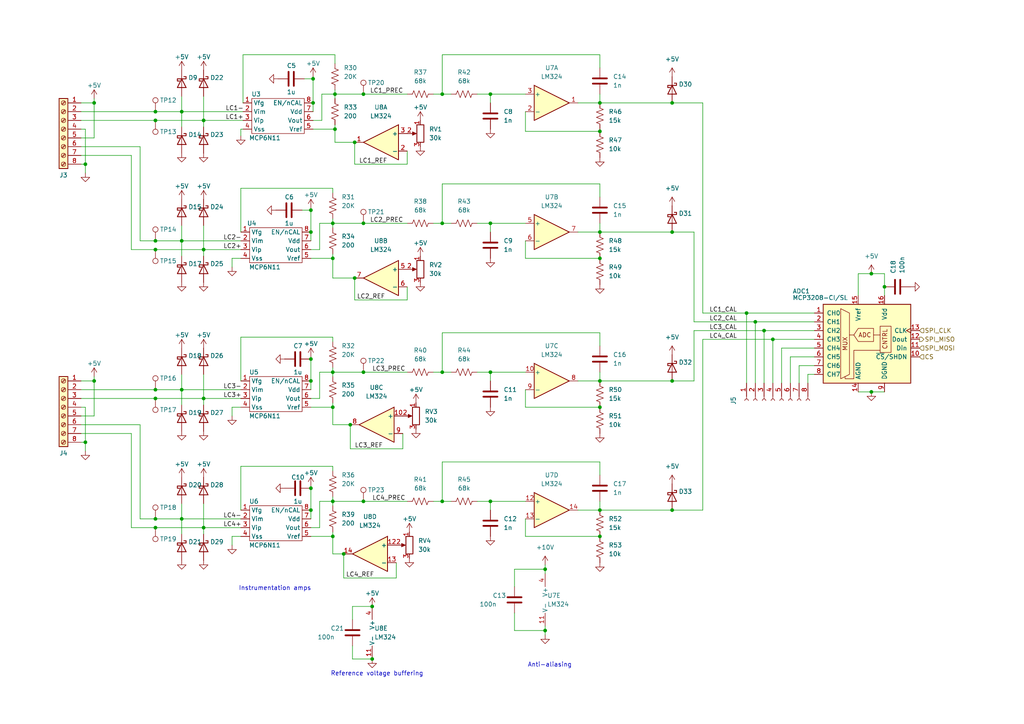
<source format=kicad_sch>
(kicad_sch (version 20211123) (generator eeschema)
  (paper "A4")
  (title_block (title "Load Cells") (rev "1") (company "Rice Eclipse"))
  (junction (at 96.52 145.415))
  (junction (at 45.085 113.03))
  (junction (at 59.055 153.035))
  (junction (at 59.055 34.925))
  (junction (at 45.085 150.495))
  (junction (at 45.085 32.385))
  (junction (at 173.99 29.845))
  (junction (at 52.705 113.03))
  (junction (at 105.41 27.305))
  (junction (at 90.805 29.845))
  (junction (at 142.24 27.305))
  (junction (at 173.99 67.31))
  (junction (at 45.085 69.85))
  (junction (at 90.17 60.96))
  (junction (at 128.27 27.305))
  (junction (at 96.52 118.11))
  (junction (at 59.055 72.39))
  (junction (at 24.765 47.625))
  (junction (at 105.41 64.77))
  (junction (at 173.99 110.49))
  (junction (at 216.535 90.805))
  (junction (at 173.99 38.1))
  (junction (at 96.52 64.77))
  (junction (at 90.805 22.86))
  (junction (at 107.95 191.135))
  (junction (at 45.085 153.035))
  (junction (at 194.945 147.955))
  (junction (at 45.085 72.39))
  (junction (at 102.87 41.275))
  (junction (at 102.87 80.645))
  (junction (at 158.115 182.88))
  (junction (at 107.95 175.895))
  (junction (at 96.52 107.95))
  (junction (at 27.305 110.49))
  (junction (at 142.24 145.415))
  (junction (at 173.99 155.575))
  (junction (at 45.085 34.925))
  (junction (at 173.99 147.955))
  (junction (at 128.27 64.77))
  (junction (at 90.17 110.49))
  (junction (at 221.615 95.885))
  (junction (at 252.73 79.375))
  (junction (at 105.41 107.95))
  (junction (at 173.99 74.93))
  (junction (at 90.17 104.14))
  (junction (at 27.305 29.845))
  (junction (at 158.115 165.1))
  (junction (at 105.41 145.415))
  (junction (at 224.155 98.425))
  (junction (at 142.24 64.77))
  (junction (at 101.6 123.19))
  (junction (at 90.17 147.955))
  (junction (at 142.24 107.95))
  (junction (at 90.17 141.605))
  (junction (at 194.945 67.31))
  (junction (at 52.705 32.385))
  (junction (at 128.27 107.95))
  (junction (at 52.705 69.85))
  (junction (at 24.765 128.27))
  (junction (at 97.155 37.465))
  (junction (at 194.945 29.845))
  (junction (at 90.17 67.31))
  (junction (at 99.695 160.655))
  (junction (at 252.73 113.665))
  (junction (at 173.99 118.11))
  (junction (at 97.155 27.305))
  (junction (at 96.52 155.575))
  (junction (at 219.075 93.345))
  (junction (at 52.705 150.495))
  (junction (at 256.54 83.185))
  (junction (at 96.52 74.93))
  (junction (at 59.055 115.57))
  (junction (at 194.945 110.49))
  (junction (at 45.085 115.57))
  (junction (at 128.27 145.415))
  (wire (pts (xy 152.4 113.03) (xy 152.4 118.11)))
  (wire (pts (xy 256.54 83.185) (xy 256.54 85.725)))
  (wire (pts (xy 167.64 67.31) (xy 173.99 67.31)))
  (wire (pts (xy 128.27 64.77) (xy 130.81 64.77)))
  (wire (pts (xy 90.17 147.955) (xy 90.17 150.495)))
  (wire (pts (xy 194.945 147.955) (xy 203.835 147.955)))
  (wire (pts (xy 194.945 67.31) (xy 201.295 67.31)))
  (wire (pts (xy 93.345 34.925) (xy 93.345 27.305)))
  (wire (pts (xy 229.235 103.505) (xy 229.235 111.125)))
  (wire (pts (xy 69.85 37.465) (xy 70.485 37.465)))
  (wire (pts (xy 97.155 41.275) (xy 102.87 41.275)))
  (wire (pts (xy 40.64 123.19) (xy 23.495 123.19)))
  (wire (pts (xy 107.95 191.135) (xy 102.235 191.135)))
  (wire (pts (xy 40.64 42.545) (xy 23.495 42.545)))
  (wire (pts (xy 236.22 98.425) (xy 224.155 98.425)))
  (wire (pts (xy 252.73 79.375) (xy 256.54 79.375)))
  (wire (pts (xy 201.295 93.345) (xy 201.295 67.31)))
  (wire (pts (xy 96.52 155.575) (xy 96.52 160.655)))
  (wire (pts (xy 52.705 69.85) (xy 52.705 74.295)))
  (wire (pts (xy 234.315 111.125) (xy 234.315 108.585)))
  (wire (pts (xy 27.305 28.575) (xy 27.305 29.845)))
  (wire (pts (xy 45.085 34.925) (xy 59.055 34.925)))
  (wire (pts (xy 125.73 107.95) (xy 128.27 107.95)))
  (wire (pts (xy 236.22 95.885) (xy 221.615 95.885)))
  (wire (pts (xy 96.52 107.95) (xy 96.52 109.22)))
  (wire (pts (xy 96.52 64.77) (xy 96.52 66.04)))
  (wire (pts (xy 45.085 72.39) (xy 59.055 72.39)))
  (wire (pts (xy 128.27 53.34) (xy 173.99 53.34)))
  (wire (pts (xy 173.99 67.31) (xy 173.99 64.77)))
  (wire (pts (xy 59.055 72.39) (xy 69.85 72.39)))
  (wire (pts (xy 90.805 29.845) (xy 90.805 32.385)))
  (wire (pts (xy 38.1 153.035) (xy 45.085 153.035)))
  (wire (pts (xy 24.765 37.465) (xy 24.765 47.625)))
  (wire (pts (xy 158.115 184.15) (xy 158.115 182.88)))
  (wire (pts (xy 90.17 155.575) (xy 96.52 155.575)))
  (wire (pts (xy 105.41 64.77) (xy 118.11 64.77)))
  (wire (pts (xy 96.52 145.415) (xy 96.52 146.685)))
  (wire (pts (xy 142.24 107.95) (xy 142.24 110.49)))
  (wire (pts (xy 142.24 27.305) (xy 152.4 27.305)))
  (wire (pts (xy 90.805 37.465) (xy 97.155 37.465)))
  (wire (pts (xy 142.24 107.95) (xy 152.4 107.95)))
  (wire (pts (xy 38.1 72.39) (xy 45.085 72.39)))
  (wire (pts (xy 40.64 150.495) (xy 40.64 123.19)))
  (wire (pts (xy 167.64 147.955) (xy 173.99 147.955)))
  (wire (pts (xy 216.535 90.805) (xy 216.535 111.125)))
  (wire (pts (xy 59.055 115.57) (xy 69.85 115.57)))
  (wire (pts (xy 105.41 145.415) (xy 118.11 145.415)))
  (wire (pts (xy 224.155 98.425) (xy 203.835 98.425)))
  (wire (pts (xy 59.055 153.035) (xy 69.85 153.035)))
  (wire (pts (xy 90.17 115.57) (xy 92.71 115.57)))
  (wire (pts (xy 90.17 141.605) (xy 90.17 147.955)))
  (wire (pts (xy 248.92 79.375) (xy 252.73 79.375)))
  (wire (pts (xy 128.27 145.415) (xy 128.27 133.985)))
  (wire (pts (xy 173.99 147.955) (xy 173.99 145.415)))
  (wire (pts (xy 173.99 133.985) (xy 173.99 137.795)))
  (wire (pts (xy 152.4 155.575) (xy 173.99 155.575)))
  (wire (pts (xy 23.495 110.49) (xy 27.305 110.49)))
  (wire (pts (xy 67.31 155.575) (xy 67.31 158.115)))
  (wire (pts (xy 90.17 140.97) (xy 90.17 141.605)))
  (wire (pts (xy 96.52 63.5) (xy 96.52 64.77)))
  (wire (pts (xy 128.27 27.305) (xy 130.81 27.305)))
  (wire (pts (xy 96.52 64.77) (xy 105.41 64.77)))
  (wire (pts (xy 52.705 150.495) (xy 45.085 150.495)))
  (wire (pts (xy 23.495 113.03) (xy 45.085 113.03)))
  (wire (pts (xy 236.22 90.805) (xy 216.535 90.805)))
  (wire (pts (xy 97.155 27.305) (xy 97.155 28.575)))
  (wire (pts (xy 102.87 80.645) (xy 96.52 80.645)))
  (wire (pts (xy 52.705 32.385) (xy 70.485 32.385)))
  (wire (pts (xy 149.225 165.1) (xy 158.115 165.1)))
  (wire (pts (xy 52.705 69.85) (xy 69.85 69.85)))
  (wire (pts (xy 128.27 107.95) (xy 130.81 107.95)))
  (wire (pts (xy 96.52 107.95) (xy 105.41 107.95)))
  (wire (pts (xy 167.64 29.845) (xy 173.99 29.845)))
  (wire (pts (xy 101.6 130.175) (xy 116.84 130.175)))
  (wire (pts (xy 149.225 182.88) (xy 149.225 177.8)))
  (wire (pts (xy 125.73 64.77) (xy 128.27 64.77)))
  (wire (pts (xy 59.055 146.05) (xy 59.055 153.035)))
  (wire (pts (xy 69.85 110.49) (xy 69.85 97.79)))
  (wire (pts (xy 92.71 115.57) (xy 92.71 107.95)))
  (wire (pts (xy 23.495 37.465) (xy 24.765 37.465)))
  (wire (pts (xy 88.265 22.86) (xy 90.805 22.86)))
  (wire (pts (xy 38.1 45.085) (xy 38.1 72.39)))
  (wire (pts (xy 102.87 41.275) (xy 102.87 47.625)))
  (wire (pts (xy 23.495 128.27) (xy 24.765 128.27)))
  (wire (pts (xy 27.305 110.49) (xy 27.305 120.65)))
  (wire (pts (xy 69.85 54.61) (xy 96.52 54.61)))
  (wire (pts (xy 138.43 27.305) (xy 142.24 27.305)))
  (wire (pts (xy 142.24 145.415) (xy 152.4 145.415)))
  (wire (pts (xy 105.41 27.305) (xy 118.11 27.305)))
  (wire (pts (xy 52.705 32.385) (xy 52.705 27.94)))
  (wire (pts (xy 102.87 47.625) (xy 118.11 47.625)))
  (wire (pts (xy 96.52 74.93) (xy 96.52 80.645)))
  (wire (pts (xy 69.85 39.37) (xy 69.85 37.465)))
  (wire (pts (xy 128.27 64.77) (xy 128.27 53.34)))
  (wire (pts (xy 173.99 96.52) (xy 173.99 100.33)))
  (wire (pts (xy 173.99 15.875) (xy 173.99 19.685)))
  (wire (pts (xy 167.64 110.49) (xy 173.99 110.49)))
  (wire (pts (xy 96.52 144.145) (xy 96.52 145.415)))
  (wire (pts (xy 97.155 15.875) (xy 97.155 18.415)))
  (wire (pts (xy 234.315 108.585) (xy 236.22 108.585)))
  (wire (pts (xy 142.24 64.77) (xy 152.4 64.77)))
  (wire (pts (xy 173.99 110.49) (xy 173.99 107.95)))
  (wire (pts (xy 138.43 145.415) (xy 142.24 145.415)))
  (wire (pts (xy 248.92 79.375) (xy 248.92 85.725)))
  (wire (pts (xy 236.22 93.345) (xy 219.075 93.345)))
  (wire (pts (xy 96.52 135.255) (xy 96.52 136.525)))
  (wire (pts (xy 23.495 125.73) (xy 38.1 125.73)))
  (wire (pts (xy 118.11 47.625) (xy 118.11 43.815)))
  (wire (pts (xy 224.155 98.425) (xy 224.155 111.125)))
  (wire (pts (xy 67.31 118.11) (xy 67.31 120.65)))
  (wire (pts (xy 173.99 110.49) (xy 194.945 110.49)))
  (wire (pts (xy 152.4 150.495) (xy 152.4 155.575)))
  (wire (pts (xy 96.52 97.79) (xy 96.52 99.06)))
  (wire (pts (xy 90.17 104.14) (xy 90.17 110.49)))
  (wire (pts (xy 23.495 118.11) (xy 24.765 118.11)))
  (wire (pts (xy 92.71 145.415) (xy 96.52 145.415)))
  (wire (pts (xy 45.085 69.85) (xy 40.64 69.85)))
  (wire (pts (xy 236.22 103.505) (xy 229.235 103.505)))
  (wire (pts (xy 152.4 38.1) (xy 173.99 38.1)))
  (wire (pts (xy 96.52 116.84) (xy 96.52 118.11)))
  (wire (pts (xy 96.52 154.305) (xy 96.52 155.575)))
  (wire (pts (xy 118.11 83.185) (xy 118.11 86.995)))
  (wire (pts (xy 203.835 90.805) (xy 203.835 29.845)))
  (wire (pts (xy 52.705 150.495) (xy 52.705 154.94)))
  (wire (pts (xy 128.27 107.95) (xy 128.27 96.52)))
  (wire (pts (xy 27.305 29.845) (xy 27.305 40.005)))
  (wire (pts (xy 152.4 118.11) (xy 173.99 118.11)))
  (wire (pts (xy 138.43 64.77) (xy 142.24 64.77)))
  (wire (pts (xy 114.935 163.195) (xy 114.935 167.64)))
  (wire (pts (xy 142.24 145.415) (xy 142.24 147.955)))
  (wire (pts (xy 256.54 79.375) (xy 256.54 83.185)))
  (wire (pts (xy 158.115 182.88) (xy 158.115 181.61)))
  (wire (pts (xy 96.52 106.68) (xy 96.52 107.95)))
  (wire (pts (xy 92.71 153.035) (xy 92.71 145.415)))
  (wire (pts (xy 59.055 34.925) (xy 59.055 27.94)))
  (wire (pts (xy 23.495 115.57) (xy 45.085 115.57)))
  (wire (pts (xy 90.805 22.225) (xy 90.805 22.86)))
  (wire (pts (xy 90.17 67.31) (xy 90.17 69.85)))
  (wire (pts (xy 221.615 95.885) (xy 201.295 95.885)))
  (wire (pts (xy 252.73 113.665) (xy 256.54 113.665)))
  (wire (pts (xy 52.705 113.03) (xy 69.85 113.03)))
  (wire (pts (xy 90.17 60.96) (xy 90.17 67.31)))
  (wire (pts (xy 90.17 72.39) (xy 92.71 72.39)))
  (wire (pts (xy 92.71 64.77) (xy 96.52 64.77)))
  (wire (pts (xy 173.99 147.955) (xy 194.945 147.955)))
  (wire (pts (xy 173.99 67.31) (xy 194.945 67.31)))
  (wire (pts (xy 45.085 153.035) (xy 59.055 153.035)))
  (wire (pts (xy 128.27 15.875) (xy 173.99 15.875)))
  (wire (pts (xy 138.43 107.95) (xy 142.24 107.95)))
  (wire (pts (xy 173.99 37.465) (xy 173.99 38.1)))
  (wire (pts (xy 203.835 98.425) (xy 203.835 147.955)))
  (wire (pts (xy 67.31 155.575) (xy 69.85 155.575)))
  (wire (pts (xy 90.17 110.49) (xy 90.17 113.03)))
  (wire (pts (xy 128.27 133.985) (xy 173.99 133.985)))
  (wire (pts (xy 96.52 160.655) (xy 99.695 160.655)))
  (wire (pts (xy 52.705 113.03) (xy 52.705 117.475)))
  (wire (pts (xy 52.705 65.405) (xy 52.705 69.85)))
  (wire (pts (xy 24.765 47.625) (xy 24.765 50.165)))
  (wire (pts (xy 221.615 95.885) (xy 221.615 111.125)))
  (wire (pts (xy 23.495 120.65) (xy 27.305 120.65)))
  (wire (pts (xy 152.4 32.385) (xy 152.4 38.1)))
  (wire (pts (xy 194.945 110.49) (xy 201.295 110.49)))
  (wire (pts (xy 116.84 130.175) (xy 116.84 125.73)))
  (wire (pts (xy 67.31 74.93) (xy 69.85 74.93)))
  (wire (pts (xy 101.6 123.19) (xy 101.6 130.175)))
  (wire (pts (xy 97.155 27.305) (xy 105.41 27.305)))
  (wire (pts (xy 90.17 118.11) (xy 96.52 118.11)))
  (wire (pts (xy 23.495 47.625) (xy 24.765 47.625)))
  (wire (pts (xy 23.495 32.385) (xy 45.085 32.385)))
  (wire (pts (xy 102.87 86.995) (xy 102.87 80.645)))
  (wire (pts (xy 90.805 22.86) (xy 90.805 29.845)))
  (wire (pts (xy 52.705 32.385) (xy 52.705 36.83)))
  (wire (pts (xy 45.085 113.03) (xy 52.705 113.03)))
  (wire (pts (xy 118.11 86.995) (xy 102.87 86.995)))
  (wire (pts (xy 96.52 73.66) (xy 96.52 74.93)))
  (wire (pts (xy 201.295 95.885) (xy 201.295 110.49)))
  (wire (pts (xy 158.115 163.83) (xy 158.115 165.1)))
  (wire (pts (xy 226.695 100.965) (xy 226.695 111.125)))
  (wire (pts (xy 59.055 153.035) (xy 59.055 154.94)))
  (wire (pts (xy 142.24 27.305) (xy 142.24 29.845)))
  (wire (pts (xy 70.485 29.845) (xy 70.485 15.875)))
  (wire (pts (xy 69.85 147.955) (xy 69.85 135.255)))
  (wire (pts (xy 52.705 113.03) (xy 52.705 108.585)))
  (wire (pts (xy 90.805 34.925) (xy 93.345 34.925)))
  (wire (pts (xy 52.705 69.85) (xy 45.085 69.85)))
  (wire (pts (xy 142.24 64.77) (xy 142.24 67.31)))
  (wire (pts (xy 52.705 146.05) (xy 52.705 150.495)))
  (wire (pts (xy 93.345 27.305) (xy 97.155 27.305)))
  (wire (pts (xy 67.31 118.11) (xy 69.85 118.11)))
  (wire (pts (xy 23.495 40.005) (xy 27.305 40.005)))
  (wire (pts (xy 38.1 125.73) (xy 38.1 153.035)))
  (wire (pts (xy 70.485 15.875) (xy 97.155 15.875)))
  (wire (pts (xy 149.225 170.18) (xy 149.225 165.1)))
  (wire (pts (xy 152.4 69.85) (xy 152.4 74.93)))
  (wire (pts (xy 24.765 128.27) (xy 24.765 130.81)))
  (wire (pts (xy 90.17 103.505) (xy 90.17 104.14)))
  (wire (pts (xy 90.17 74.93) (xy 96.52 74.93)))
  (wire (pts (xy 219.075 93.345) (xy 219.075 111.125)))
  (wire (pts (xy 158.115 182.88) (xy 149.225 182.88)))
  (wire (pts (xy 69.85 67.31) (xy 69.85 54.61)))
  (wire (pts (xy 96.52 145.415) (xy 105.41 145.415)))
  (wire (pts (xy 90.17 153.035) (xy 92.71 153.035)))
  (wire (pts (xy 40.64 69.85) (xy 40.64 42.545)))
  (wire (pts (xy 45.085 32.385) (xy 52.705 32.385)))
  (wire (pts (xy 99.695 167.64) (xy 99.695 160.655)))
  (wire (pts (xy 97.155 26.035) (xy 97.155 27.305)))
  (wire (pts (xy 125.73 27.305) (xy 128.27 27.305)))
  (wire (pts (xy 23.495 34.925) (xy 45.085 34.925)))
  (wire (pts (xy 87.63 60.96) (xy 90.17 60.96)))
  (wire (pts (xy 128.27 145.415) (xy 130.81 145.415)))
  (wire (pts (xy 125.73 145.415) (xy 128.27 145.415)))
  (wire (pts (xy 45.085 115.57) (xy 59.055 115.57)))
  (wire (pts (xy 69.85 97.79) (xy 96.52 97.79)))
  (wire (pts (xy 97.155 37.465) (xy 97.155 41.275)))
  (wire (pts (xy 59.055 34.925) (xy 70.485 34.925)))
  (wire (pts (xy 216.535 90.805) (xy 203.835 90.805)))
  (wire (pts (xy 173.99 53.34) (xy 173.99 57.15)))
  (wire (pts (xy 173.99 29.845) (xy 173.99 27.305)))
  (wire (pts (xy 23.495 29.845) (xy 27.305 29.845)))
  (wire (pts (xy 114.935 167.64) (xy 99.695 167.64)))
  (wire (pts (xy 23.495 45.085) (xy 38.1 45.085)))
  (wire (pts (xy 105.41 107.95) (xy 118.11 107.95)))
  (wire (pts (xy 231.775 111.125) (xy 231.775 106.045)))
  (wire (pts (xy 231.775 106.045) (xy 236.22 106.045)))
  (wire (pts (xy 158.115 165.1) (xy 158.115 166.37)))
  (wire (pts (xy 45.085 150.495) (xy 40.64 150.495)))
  (wire (pts (xy 27.305 109.22) (xy 27.305 110.49)))
  (wire (pts (xy 92.71 72.39) (xy 92.71 64.77)))
  (wire (pts (xy 96.52 123.19) (xy 101.6 123.19)))
  (wire (pts (xy 128.27 27.305) (xy 128.27 15.875)))
  (wire (pts (xy 128.27 96.52) (xy 173.99 96.52)))
  (wire (pts (xy 59.055 34.925) (xy 59.055 36.83)))
  (wire (pts (xy 69.85 135.255) (xy 96.52 135.255)))
  (wire (pts (xy 90.17 60.96) (xy 90.17 60.325)))
  (wire (pts (xy 248.92 113.665) (xy 252.73 113.665)))
  (wire (pts (xy 59.055 115.57) (xy 59.055 117.475)))
  (wire (pts (xy 102.235 191.135) (xy 102.235 187.325)))
  (wire (pts (xy 96.52 54.61) (xy 96.52 55.88)))
  (wire (pts (xy 102.235 175.895) (xy 102.235 179.705)))
  (wire (pts (xy 59.055 65.405) (xy 59.055 72.39)))
  (wire (pts (xy 59.055 115.57) (xy 59.055 108.585)))
  (wire (pts (xy 236.22 100.965) (xy 226.695 100.965)))
  (wire (pts (xy 219.075 93.345) (xy 201.295 93.345)))
  (wire (pts (xy 59.055 72.39) (xy 59.055 74.295)))
  (wire (pts (xy 194.945 29.845) (xy 203.835 29.845)))
  (wire (pts (xy 97.155 36.195) (xy 97.155 37.465)))
  (wire (pts (xy 152.4 74.93) (xy 173.99 74.93)))
  (wire (pts (xy 67.31 74.93) (xy 67.31 77.47)))
  (wire (pts (xy 92.71 107.95) (xy 96.52 107.95)))
  (wire (pts (xy 24.765 118.11) (xy 24.765 128.27)))
  (wire (pts (xy 96.52 118.11) (xy 96.52 123.19)))
  (wire (pts (xy 173.99 29.845) (xy 194.945 29.845)))
  (wire (pts (xy 107.95 175.895) (xy 102.235 175.895)))
  (wire (pts (xy 52.705 150.495) (xy 69.85 150.495)))
  (text "Instrumentation amps" (at 69.215 171.45 0) (effects (font (size 1.27 1.27)) (justify left bottom)))
  (text "Reference voltage buffering" (at 95.885 196.215 0) (effects (font (size 1.27 1.27)) (justify left bottom)))
  (text "Anti-aliasing" (at 153.035 193.675 0) (effects (font (size 1.27 1.27)) (justify left bottom)))
  (label "LC2_PREC" (at 107.315 64.77 0))
  (label "LC4_REF" (at 100.33 167.64 0))
  (label "LC2_REF" (at 103.505 86.995 0))
  (label "LC3_REF" (at 102.87 130.175 0))
  (label "LC3_CAL" (at 205.74 95.885 0))
  (label "LC4-" (at 64.77 150.495 0))
  (label "LC3_PREC" (at 107.95 107.95 0))
  (label "LC2+" (at 64.77 72.39 0))
  (label "LC4_CAL" (at 205.74 98.425 0))
  (label "LC3-" (at 64.77 113.03 0))
  (label "LC2_CAL" (at 205.74 93.345 0))
  (label "LC1_PREC" (at 107.315 27.305 0))
  (label "LC2-" (at 64.77 69.85 0))
  (label "LC1-" (at 65.405 32.385 0))
  (label "LC1_REF" (at 104.14 47.625 0))
  (label "LC4_PREC" (at 107.95 145.415 0))
  (label "LC1_CAL" (at 205.74 90.805 0))
  (label "LC1+" (at 65.405 34.925 0))
  (label "LC3+" (at 64.77 115.57 0))
  (label "LC4+" (at 64.77 153.035 0))
  (hierarchical_label "SPI_MOSI" (shape input) (at 266.7 100.965 0))
  (hierarchical_label "CS" (shape input) (at 266.7 103.505 0))
  (hierarchical_label "SPI_CLK" (shape input) (at 266.7 95.885 0))
  (hierarchical_label "SPI_MISO" (shape output) (at 266.7 98.425 0))
  (symbol (lib_id "power:+5V") (at 194.945 102.87 0) (unit 1)
    (property "Reference" "#PWR090" (effects hide))
    (property "Value" "+5V" (at 194.945 97.79 0))
  )
  (symbol (lib_id "Device:C") (at 86.36 104.14 270) (unit 1)
    (property "Reference" "C7" (at 85.0901 100.33 90) (effects (justify left)))
    (property "Value" "1u" (at 85.0901 107.95 90) (effects (justify left)))
    (property "Footprint" "Capacitor_SMD:C_1206_3216Metric" (effects hide))
    (property "LCSC" "C85867" (effects hide))
  )
  (symbol (lib_id "karca_custom_components:MCP6N11R") (at 80.01 114.3 0) (unit 1)
    (property "Reference" "U5" (at 73.66 107.95 0))
    (property "Value" "MCP6N11" (at 76.835 120.65 0))
    (property "Footprint" "Package_SO:SOIC-8_3.9x4.9mm_P1.27mm" (effects hide))
    (property "Datasheet" "https://ww1.microchip.com/downloads/en/DeviceDoc/25073A.pdf" (effects hide))
  )
  (symbol (lib_id "Analog_ADC:MCP3208") (at 251.46 98.425 0) (unit 1)
    (property "Reference" "ADC1" (at 229.87 84.455 0) (effects (justify left)))
    (property "Value" "MCP3208-CI/SL" (at 229.87 86.36 0) (effects (justify left)))
    (property "Footprint" "Package_SO:SOIC-16_3.9x9.9mm_P1.27mm" (effects hide))
    (property "Datasheet" "http://ww1.microchip.com/downloads/en/DeviceDoc/21298c.pdf" (effects hide))
    (property "LCSC" "C16939" (effects hide))
  )
  (symbol (lib_id "power:GND") (at 82.55 104.14 270) (unit 1)
    (property "Reference" "#PWR052" (effects hide))
    (property "Value" "GND" (effects hide))
  )
  (symbol (lib_id "Amplifier_Operational:LM324") (at 160.02 67.31 0) (unit 2)
    (property "Reference" "U7" (at 160.02 57.15 0))
    (property "Value" "LM324" (at 160.02 59.69 0))
    (property "Footprint" "Package_SO:SOIC-14_3.9x8.7mm_P1.27mm" (effects hide))
    (property "Datasheet" "http://www.ti.com/lit/ds/symlink/lm2902-n.pdf" (effects hide))
    (property "LCSC" "C71035" (effects hide))
  )
  (symbol (lib_id "Device:R_Potentiometer") (at 118.745 158.115 0) (mirror y) (unit 1)
    (property "Reference" "RV4" (at 121.285 156.8449 0) (effects (justify right)))
    (property "Value" "30k" (at 121.285 159.3849 0) (effects (justify right)))
    (property "Footprint" "Potentiometer_THT:Potentiometer_Bourns_3296W_Vertical" (effects hide))
  )
  (symbol (lib_id "Device:R_US") (at 96.52 140.335 180) (unit 1)
    (property "Reference" "R36" (at 99.06 137.795 0) (effects (justify right)))
    (property "Value" "20K" (at 99.06 140.335 0) (effects (justify right)))
    (property "Footprint" "Resistor_SMD:R_1206_3216Metric" (effects hide))
    (property "LCSC" "C114940" (effects hide))
  )
  (symbol (lib_id "power:GND") (at 59.055 162.56 0) (mirror y) (unit 1)
    (property "Reference" "#PWR067" (effects hide))
    (property "Value" "GND" (effects hide))
  )
  (symbol (lib_id "Device:R_Potentiometer") (at 121.92 78.105 0) (mirror y) (unit 1)
    (property "Reference" "RV2" (at 124.46 76.8349 0) (effects (justify right)))
    (property "Value" "30k" (at 124.46 79.3749 0) (effects (justify right)))
    (property "Footprint" "Potentiometer_THT:Potentiometer_Bourns_3296W_Vertical" (effects hide))
  )
  (symbol (lib_id "Device:R_US") (at 173.99 159.385 0) (unit 1)
    (property "Reference" "R53" (at 176.53 158.1149 0) (effects (justify left)))
    (property "Value" "10k" (at 176.53 160.6549 0) (effects (justify left)))
    (property "Footprint" "Resistor_SMD:R_1206_3216Metric" (effects hide))
    (property "LCSC" "C132649" (effects hide))
  )
  (symbol (lib_id "Device:R_US") (at 121.92 64.77 90) (unit 1)
    (property "Reference" "R38" (at 121.92 58.42 90))
    (property "Value" "68k" (at 121.92 60.96 90))
    (property "Footprint" "Resistor_SMD:R_1206_3216Metric" (effects hide))
    (property "LCSC" "C102381" (effects hide))
  )
  (symbol (lib_id "power:GND") (at 80.645 22.86 270) (mirror x) (unit 1)
    (property "Reference" "#PWR072" (effects hide))
    (property "Value" "GND" (effects hide))
  )
  (symbol (lib_id "power:GND") (at 59.055 44.45 0) (mirror y) (unit 1)
    (property "Reference" "#PWR059" (effects hide))
    (property "Value" "GND" (effects hide))
  )
  (symbol (lib_id "karca_custom_components:MCP6N11R") (at 80.01 151.765 0) (unit 1)
    (property "Reference" "U6" (at 73.66 145.415 0))
    (property "Value" "MCP6N11" (at 76.835 158.115 0))
    (property "Footprint" "Package_SO:SOIC-8_3.9x4.9mm_P1.27mm" (effects hide))
    (property "Datasheet" "https://ww1.microchip.com/downloads/en/DeviceDoc/25073A.pdf" (effects hide))
  )
  (symbol (lib_id "power:+5V") (at 52.705 57.785 0) (unit 1)
    (property "Reference" "#PWR048" (effects hide))
    (property "Value" "+5V" (at 52.705 53.975 0))
  )
  (symbol (lib_id "Device:R_US") (at 96.52 113.03 180) (unit 1)
    (property "Reference" "R35" (at 99.06 111.7599 0) (effects (justify right)))
    (property "Value" "200" (at 99.06 114.2999 0) (effects (justify right)))
    (property "Footprint" "Resistor_SMD:R_1206_3216Metric" (effects hide))
    (property "LCSC" "C114939" (effects hide))
  )
  (symbol (lib_id "power:GND") (at 173.99 125.73 0) (unit 1)
    (property "Reference" "#PWR085" (effects hide))
    (property "Value" "GND" (effects hide))
  )
  (symbol (lib_id "Connector:TestPoint") (at 45.085 153.035 0) (mirror x) (unit 1)
    (property "Reference" "TP19" (at 46.355 156.3371 0) (effects (justify left)))
    (property "Value" "TestPoint" (effects hide))
    (property "Footprint" "TestPoint:TestPoint_Pad_D2.0mm" (effects hide))
  )
  (symbol (lib_id "power:+5V") (at 194.945 22.225 0) (unit 1)
    (property "Reference" "#PWR088" (effects hide))
    (property "Value" "+5V" (at 194.945 17.145 0))
  )
  (symbol (lib_id "Device:R_US") (at 173.99 33.655 0) (unit 1)
    (property "Reference" "R46" (at 176.53 32.3849 0) (effects (justify left)))
    (property "Value" "15k" (at 176.53 34.9249 0) (effects (justify left)))
    (property "Footprint" "Resistor_SMD:R_1206_3216Metric" (effects hide))
    (property "LCSC" "C1493" (effects hide))
  )
  (symbol (lib_id "Device:D_Schottky") (at 52.705 78.105 270) (unit 1)
    (property "Reference" "D17" (at 54.61 76.5174 90) (effects (justify left)))
    (property "Value" "CDBA340-HF" (effects hide))
    (property "Footprint" "Diode_SMD:D_SMA" (effects hide))
    (property "LCSC" "C14996" (effects hide))
  )
  (symbol (lib_id "Device:C") (at 142.24 33.655 0) (unit 1)
    (property "Reference" "C8" (at 146.05 32.3849 0) (effects (justify left)))
    (property "Value" "1n" (at 146.05 34.9249 0) (effects (justify left)))
    (property "Footprint" "Capacitor_SMD:C_1206_3216Metric" (effects hide))
    (property "LCSC" "C1845" (effects hide))
  )
  (symbol (lib_id "Device:D_Schottky") (at 194.945 144.145 270) (unit 1)
    (property "Reference" "D33" (at 196.85 142.5574 90) (effects (justify left)))
    (property "Value" "CDBA340-HF" (effects hide))
    (property "Footprint" "Diode_SMD:D_SMA" (effects hide))
    (property "LCSC" "C14996" (effects hide))
  )
  (symbol (lib_id "power:+5V") (at 59.055 20.32 0) (unit 1)
    (property "Reference" "#PWR055" (effects hide))
    (property "Value" "+5V" (at 59.055 16.51 0))
  )
  (symbol (lib_id "Device:C") (at 173.99 23.495 0) (unit 1)
    (property "Reference" "C14" (at 177.8 22.2249 0) (effects (justify left)))
    (property "Value" "1n" (at 177.8 24.7649 0) (effects (justify left)))
    (property "Footprint" "Capacitor_SMD:C_1206_3216Metric" (effects hide))
    (property "LCSC" "C1845" (effects hide))
  )
  (symbol (lib_id "power:+5V") (at 121.92 74.295 0) (unit 1)
    (property "Reference" "#PWR0163" (effects hide))
    (property "Value" "+5V" (at 121.92 70.485 0))
  )
  (symbol (lib_id "power:GND") (at 52.705 125.095 0) (mirror y) (unit 1)
    (property "Reference" "#PWR051" (effects hide))
    (property "Value" "GND" (effects hide))
  )
  (symbol (lib_id "power:GND") (at 142.24 37.465 0) (unit 1)
    (property "Reference" "#PWR075" (effects hide))
    (property "Value" "GND" (effects hide))
  )
  (symbol (lib_id "Device:R_US") (at 173.99 114.3 0) (unit 1)
    (property "Reference" "R50" (at 176.53 113.0299 0) (effects (justify left)))
    (property "Value" "15k" (at 176.53 115.5699 0) (effects (justify left)))
    (property "Footprint" "Resistor_SMD:R_1206_3216Metric" (effects hide))
    (property "LCSC" "C1493" (effects hide))
  )
  (symbol (lib_id "Connector:Screw_Terminal_01x08") (at 18.415 118.11 0) (mirror y) (unit 1)
    (property "Reference" "J4" (at 18.415 131.445 0))
    (property "Value" "Screw_Terminal_01x08" (effects hide))
    (property "Footprint" "1190370:1190370" (effects hide))
  )
  (symbol (lib_id "Device:D_Schottky") (at 52.705 61.595 270) (unit 1)
    (property "Reference" "D15" (at 54.61 60.0074 90) (effects (justify left)))
    (property "Value" "CDBA340-HF" (effects hide))
    (property "Footprint" "Diode_SMD:D_SMA" (effects hide))
    (property "LCSC" "C14996" (effects hide))
  )
  (symbol (lib_id "power:+5V") (at 90.17 60.325 0) (unit 1)
    (property "Reference" "#PWR057" (effects hide))
    (property "Value" "+5V" (at 90.17 56.515 0))
  )
  (symbol (lib_id "Device:R_US") (at 173.99 71.12 0) (unit 1)
    (property "Reference" "R48" (at 176.53 69.8499 0) (effects (justify left)))
    (property "Value" "15k" (at 176.53 72.3899 0) (effects (justify left)))
    (property "Footprint" "Resistor_SMD:R_1206_3216Metric" (effects hide))
    (property "LCSC" "C1493" (effects hide))
  )
  (symbol (lib_id "power:GND") (at 24.765 50.165 0) (mirror y) (unit 1)
    (property "Reference" "#PWR062" (effects hide))
    (property "Value" "GND" (effects hide))
  )
  (symbol (lib_id "Device:R_US") (at 134.62 107.95 90) (unit 1)
    (property "Reference" "R44" (at 134.62 101.6 90))
    (property "Value" "68k" (at 134.62 104.14 90))
    (property "Footprint" "Resistor_SMD:R_1206_3216Metric" (effects hide))
    (property "LCSC" "C102381" (effects hide))
  )
  (symbol (lib_id "power:+5V") (at 90.805 22.225 0) (unit 1)
    (property "Reference" "#PWR056" (effects hide))
    (property "Value" "+5V" (at 90.805 18.415 0))
  )
  (symbol (lib_id "power:+5V") (at 27.305 109.22 0) (unit 1)
    (property "Reference" "#PWR045" (effects hide))
    (property "Value" "+5V" (at 27.305 105.41 0))
  )
  (symbol (lib_id "power:GND") (at 121.92 81.915 0) (mirror y) (unit 1)
    (property "Reference" "#PWR074" (effects hide))
    (property "Value" "GND" (effects hide))
  )
  (symbol (lib_id "Device:D_Schottky") (at 59.055 78.105 270) (unit 1)
    (property "Reference" "D25" (at 60.96 76.5174 90) (effects (justify left)))
    (property "Value" "CDBA340-HF" (effects hide))
    (property "Footprint" "Diode_SMD:D_SMA" (effects hide))
    (property "LCSC" "C14996" (effects hide))
  )
  (symbol (lib_id "Device:C") (at 142.24 71.12 0) (unit 1)
    (property "Reference" "C9" (at 146.05 69.8499 0) (effects (justify left)))
    (property "Value" "1n" (at 146.05 72.3899 0) (effects (justify left)))
    (property "Footprint" "Capacitor_SMD:C_1206_3216Metric" (effects hide))
    (property "LCSC" "C1845" (effects hide))
  )
  (symbol (lib_id "Amplifier_Operational:LM324") (at 107.315 160.655 0) (mirror y) (unit 4)
    (property "Reference" "U8" (at 107.315 149.86 0))
    (property "Value" "LM324" (at 107.315 152.4 0))
    (property "Footprint" "Package_SO:SOIC-14_3.9x8.7mm_P1.27mm" (effects hide))
    (property "Datasheet" "http://www.ti.com/lit/ds/symlink/lm2902-n.pdf" (effects hide))
    (property "LCSC" "C71035" (effects hide))
  )
  (symbol (lib_id "Device:D_Schottky") (at 52.705 142.24 270) (unit 1)
    (property "Reference" "D20" (at 54.61 140.6524 90) (effects (justify left)))
    (property "Value" "CDBA340-HF" (effects hide))
    (property "Footprint" "Diode_SMD:D_SMA" (effects hide))
    (property "LCSC" "C14996" (effects hide))
  )
  (symbol (lib_id "Device:C") (at 173.99 104.14 0) (unit 1)
    (property "Reference" "C16" (at 177.8 102.8699 0) (effects (justify left)))
    (property "Value" "1n" (at 177.8 105.4099 0) (effects (justify left)))
    (property "Footprint" "Capacitor_SMD:C_1206_3216Metric" (effects hide))
    (property "LCSC" "C1845" (effects hide))
  )
  (symbol (lib_id "Device:C") (at 142.24 114.3 0) (unit 1)
    (property "Reference" "C11" (at 146.05 113.0299 0) (effects (justify left)))
    (property "Value" "1n" (at 146.05 115.5699 0) (effects (justify left)))
    (property "Footprint" "Capacitor_SMD:C_1206_3216Metric" (effects hide))
    (property "LCSC" "C1845" (effects hide))
  )
  (symbol (lib_id "Connector:TestPoint") (at 105.41 64.77 0) (unit 1)
    (property "Reference" "TP21" (at 106.68 61.4679 0) (effects (justify left)))
    (property "Value" "TestPoint" (effects hide))
    (property "Footprint" "TestPoint:TestPoint_Pad_D2.0mm" (effects hide))
  )
  (symbol (lib_id "Device:R_US") (at 97.155 32.385 180) (unit 1)
    (property "Reference" "R33" (at 99.695 31.1149 0) (effects (justify right)))
    (property "Value" "200" (at 99.695 33.6549 0) (effects (justify right)))
    (property "Footprint" "Resistor_SMD:R_1206_3216Metric" (effects hide))
    (property "LCSC" "C114939" (effects hide))
  )
  (symbol (lib_id "power:GND") (at 118.745 161.925 0) (unit 1)
    (property "Reference" "#PWR092" (effects hide))
    (property "Value" "GND" (effects hide))
  )
  (symbol (lib_id "power:GND") (at 173.99 163.195 0) (unit 1)
    (property "Reference" "#PWR087" (effects hide))
    (property "Value" "GND" (effects hide))
  )
  (symbol (lib_id "power:+5V") (at 27.305 28.575 0) (unit 1)
    (property "Reference" "#PWR044" (effects hide))
    (property "Value" "+5V" (at 27.305 24.765 0))
  )
  (symbol (lib_id "power:GND") (at 59.055 125.095 0) (mirror y) (unit 1)
    (property "Reference" "#PWR065" (effects hide))
    (property "Value" "GND" (effects hide))
  )
  (symbol (lib_id "Connector:TestPoint") (at 45.085 69.85 0) (unit 1)
    (property "Reference" "TP14" (at 46.355 66.5479 0) (effects (justify left)))
    (property "Value" "TestPoint" (effects hide))
    (property "Footprint" "TestPoint:TestPoint_Pad_D2.0mm" (effects hide))
  )
  (symbol (lib_id "Device:D_Schottky") (at 194.945 106.68 270) (unit 1)
    (property "Reference" "D32" (at 196.85 105.0924 90) (effects (justify left)))
    (property "Value" "CDBA340-HF" (effects hide))
    (property "Footprint" "Diode_SMD:D_SMA" (effects hide))
    (property "LCSC" "C14996" (effects hide))
  )
  (symbol (lib_id "Device:R_Potentiometer") (at 121.92 38.735 0) (mirror y) (unit 1)
    (property "Reference" "RV1" (at 124.46 37.4649 0) (effects (justify right)))
    (property "Value" "30k" (at 124.46 40.0049 0) (effects (justify right)))
    (property "Footprint" "Potentiometer_THT:Potentiometer_Bourns_3296W_Vertical" (effects hide))
  )
  (symbol (lib_id "Connector:TestPoint") (at 105.41 27.305 0) (unit 1)
    (property "Reference" "TP20" (at 106.68 24.0029 0) (effects (justify left)))
    (property "Value" "TestPoint" (effects hide))
    (property "Footprint" "TestPoint:TestPoint_Pad_D2.0mm" (effects hide))
  )
  (symbol (lib_id "power:GND") (at 80.01 60.96 270) (mirror x) (unit 1)
    (property "Reference" "#PWR071" (effects hide))
    (property "Value" "GND" (effects hide))
  )
  (symbol (lib_id "Amplifier_Operational:LM324") (at 110.49 41.275 0) (mirror y) (unit 1)
    (property "Reference" "U8" (at 110.49 31.115 0))
    (property "Value" "LM324" (at 110.49 33.655 0))
    (property "Footprint" "Package_SO:SOIC-14_3.9x8.7mm_P1.27mm" (effects hide))
    (property "Datasheet" "http://www.ti.com/lit/ds/symlink/lm2902-n.pdf" (effects hide))
    (property "LCSC" "C71035" (effects hide))
  )
  (symbol (lib_id "power:+5V") (at 52.705 20.32 0) (unit 1)
    (property "Reference" "#PWR046" (effects hide))
    (property "Value" "+5V" (at 52.705 16.51 0))
  )
  (symbol (lib_id "power:+5V") (at 59.055 57.785 0) (unit 1)
    (property "Reference" "#PWR060" (effects hide))
    (property "Value" "+5V" (at 59.055 53.975 0))
  )
  (symbol (lib_id "Device:R_US") (at 134.62 145.415 90) (unit 1)
    (property "Reference" "R45" (at 134.62 139.065 90))
    (property "Value" "68k" (at 134.62 141.605 90))
    (property "Footprint" "Resistor_SMD:R_1206_3216Metric" (effects hide))
    (property "LCSC" "C102381" (effects hide))
  )
  (symbol (lib_id "power:GND") (at 142.24 118.11 0) (unit 1)
    (property "Reference" "#PWR078" (effects hide))
    (property "Value" "GND" (effects hide))
  )
  (symbol (lib_id "Amplifier_Operational:LM324") (at 160.02 110.49 0) (unit 3)
    (property "Reference" "U7" (at 160.02 100.33 0))
    (property "Value" "LM324" (at 160.02 102.87 0))
    (property "Footprint" "Package_SO:SOIC-14_3.9x8.7mm_P1.27mm" (effects hide))
    (property "Datasheet" "http://www.ti.com/lit/ds/symlink/lm2902-n.pdf" (effects hide))
    (property "LCSC" "C71035" (effects hide))
  )
  (symbol (lib_id "Device:R_US") (at 173.99 78.74 0) (unit 1)
    (property "Reference" "R49" (at 176.53 77.4699 0) (effects (justify left)))
    (property "Value" "10k" (at 176.53 80.0099 0) (effects (justify left)))
    (property "Footprint" "Resistor_SMD:R_1206_3216Metric" (effects hide))
    (property "LCSC" "C132649" (effects hide))
  )
  (symbol (lib_id "Connector:TestPoint") (at 45.085 113.03 0) (unit 1)
    (property "Reference" "TP16" (at 46.355 109.7279 0) (effects (justify left)))
    (property "Value" "TestPoint" (effects hide))
    (property "Footprint" "TestPoint:TestPoint_Pad_D2.0mm" (effects hide))
  )
  (symbol (lib_id "power:+5V") (at 120.65 116.84 0) (unit 1)
    (property "Reference" "#PWR0165" (effects hide))
    (property "Value" "+5V" (at 120.65 113.03 0))
  )
  (symbol (lib_id "power:GND") (at 107.95 191.135 0) (unit 1)
    (property "Reference" "#PWR0131" (effects hide))
    (property "Value" "GND" (effects hide))
  )
  (symbol (lib_id "power:+5V") (at 52.705 100.965 0) (unit 1)
    (property "Reference" "#PWR050" (effects hide))
    (property "Value" "+5V" (at 52.705 97.155 0))
  )
  (symbol (lib_id "Amplifier_Operational:LM324") (at 110.49 80.645 0) (mirror y) (unit 2)
    (property "Reference" "U8" (at 110.49 69.85 0))
    (property "Value" "LM324" (at 110.49 72.39 0))
    (property "Footprint" "Package_SO:SOIC-14_3.9x8.7mm_P1.27mm" (effects hide))
    (property "Datasheet" "http://www.ti.com/lit/ds/symlink/lm2902-n.pdf" (effects hide))
    (property "LCSC" "C71035" (effects hide))
  )
  (symbol (lib_id "Device:D_Schottky") (at 52.705 121.285 270) (unit 1)
    (property "Reference" "D19" (at 54.61 119.6974 90) (effects (justify left)))
    (property "Value" "CDBA340-HF" (effects hide))
    (property "Footprint" "Diode_SMD:D_SMA" (effects hide))
    (property "LCSC" "C14996" (effects hide))
  )
  (symbol (lib_id "Device:R_US") (at 96.52 59.69 180) (unit 1)
    (property "Reference" "R31" (at 99.06 57.15 0) (effects (justify right)))
    (property "Value" "20K" (at 99.06 59.69 0) (effects (justify right)))
    (property "Footprint" "Resistor_SMD:R_1206_3216Metric" (effects hide))
    (property "LCSC" "C114940" (effects hide))
  )
  (symbol (lib_id "power:+5V") (at 59.055 138.43 0) (unit 1)
    (property "Reference" "#PWR066" (effects hide))
    (property "Value" "+5V" (at 59.055 134.62 0))
  )
  (symbol (lib_id "Device:R_US") (at 121.92 27.305 90) (unit 1)
    (property "Reference" "R37" (at 121.92 20.955 90))
    (property "Value" "68k" (at 121.92 23.495 90))
    (property "Footprint" "Resistor_SMD:R_1206_3216Metric" (effects hide))
    (property "LCSC" "C102381" (effects hide))
  )
  (symbol (lib_id "Device:R_US") (at 173.99 121.92 0) (unit 1)
    (property "Reference" "R51" (at 176.53 120.6499 0) (effects (justify left)))
    (property "Value" "10k" (at 176.53 123.1899 0) (effects (justify left)))
    (property "Footprint" "Resistor_SMD:R_1206_3216Metric" (effects hide))
    (property "LCSC" "C132649" (effects hide))
  )
  (symbol (lib_id "Device:D_Schottky") (at 52.705 158.75 270) (unit 1)
    (property "Reference" "D21" (at 54.61 157.1624 90) (effects (justify left)))
    (property "Value" "CDBA340-HF" (effects hide))
    (property "Footprint" "Diode_SMD:D_SMA" (effects hide))
    (property "LCSC" "C14996" (effects hide))
  )
  (symbol (lib_id "Connector:Conn_01x08_Female") (at 224.155 116.205 90) (mirror x) (unit 1)
    (property "Reference" "J5" (at 212.725 116.205 0))
    (property "Value" "Conn_01x08_Female" (effects hide))
    (property "Footprint" "Connector_PinSocket_2.54mm:PinSocket_1x08_P2.54mm_Vertical" (effects hide))
  )
  (symbol (lib_id "Device:D_Schottky") (at 59.055 142.24 270) (unit 1)
    (property "Reference" "D28" (at 60.96 140.6524 90) (effects (justify left)))
    (property "Value" "CDBA340-HF" (effects hide))
    (property "Footprint" "Diode_SMD:D_SMA" (effects hide))
    (property "LCSC" "C14996" (effects hide))
  )
  (symbol (lib_id "Amplifier_Operational:LM324") (at 105.41 183.515 0) (mirror y) (unit 5)
    (property "Reference" "U8" (at 108.585 182.2449 0) (effects (justify right)))
    (property "Value" "LM324" (at 108.585 184.7849 0) (effects (justify right)))
    (property "Footprint" "Package_SO:SOIC-14_3.9x8.7mm_P1.27mm" (effects hide))
    (property "Datasheet" "http://www.ti.com/lit/ds/symlink/lm2902-n.pdf" (effects hide))
    (property "LCSC" "C71035" (effects hide))
  )
  (symbol (lib_id "Device:D_Schottky") (at 59.055 104.775 270) (unit 1)
    (property "Reference" "D26" (at 60.96 103.1874 90) (effects (justify left)))
    (property "Value" "CDBA340-HF" (effects hide))
    (property "Footprint" "Diode_SMD:D_SMA" (effects hide))
    (property "LCSC" "C14996" (effects hide))
  )
  (symbol (lib_id "power:GND") (at 82.55 141.605 270) (unit 1)
    (property "Reference" "#PWR076" (effects hide))
    (property "Value" "GND" (effects hide))
  )
  (symbol (lib_id "Device:R_US") (at 121.92 107.95 90) (unit 1)
    (property "Reference" "R40" (at 121.92 101.6 90))
    (property "Value" "68k" (at 121.92 104.14 90))
    (property "Footprint" "Resistor_SMD:R_1206_3216Metric" (effects hide))
    (property "LCSC" "C102381" (effects hide))
  )
  (symbol (lib_id "power:GND") (at 120.65 124.46 0) (unit 1)
    (property "Reference" "#PWR070" (effects hide))
    (property "Value" "GND" (effects hide))
  )
  (symbol (lib_id "Device:R_US") (at 96.52 102.87 180) (unit 1)
    (property "Reference" "R32" (at 99.06 100.33 0) (effects (justify right)))
    (property "Value" "20K" (at 99.06 102.87 0) (effects (justify right)))
    (property "Footprint" "Resistor_SMD:R_1206_3216Metric" (effects hide))
    (property "LCSC" "C114940" (effects hide))
  )
  (symbol (lib_id "power:GND") (at 252.73 113.665 0) (unit 1)
    (property "Reference" "#PWR094" (effects hide))
    (property "Value" "GND" (effects hide))
  )
  (symbol (lib_id "Device:D_Schottky") (at 59.055 121.285 270) (unit 1)
    (property "Reference" "D27" (at 60.96 119.6974 90) (effects (justify left)))
    (property "Value" "CDBA340-HF" (effects hide))
    (property "Footprint" "Diode_SMD:D_SMA" (effects hide))
    (property "LCSC" "C14996" (effects hide))
  )
  (symbol (lib_id "power:+5V") (at 194.945 140.335 0) (unit 1)
    (property "Reference" "#PWR091" (effects hide))
    (property "Value" "+5V" (at 194.945 135.255 0))
  )
  (symbol (lib_id "power:GND") (at 121.92 42.545 0) (mirror y) (unit 1)
    (property "Reference" "#PWR073" (effects hide))
    (property "Value" "GND" (effects hide))
  )
  (symbol (lib_id "karca_custom_components:MCP6N11R") (at 80.01 71.12 0) (unit 1)
    (property "Reference" "U4" (at 73.025 64.77 0))
    (property "Value" "MCP6N11" (at 76.835 77.47 0))
    (property "Footprint" "Package_SO:SOIC-8_3.9x4.9mm_P1.27mm" (effects hide))
    (property "Datasheet" "https://ww1.microchip.com/downloads/en/DeviceDoc/25073A.pdf" (effects hide))
  )
  (symbol (lib_id "Device:C") (at 173.99 60.96 0) (unit 1)
    (property "Reference" "C15" (at 177.8 59.6899 0) (effects (justify left)))
    (property "Value" "1n" (at 177.8 62.2299 0) (effects (justify left)))
    (property "Footprint" "Capacitor_SMD:C_1206_3216Metric" (effects hide))
    (property "LCSC" "C1845" (effects hide))
  )
  (symbol (lib_id "Device:D_Schottky") (at 59.055 158.75 270) (unit 1)
    (property "Reference" "D29" (at 60.96 157.1624 90) (effects (justify left)))
    (property "Value" "CDBA340-HF" (effects hide))
    (property "Footprint" "Diode_SMD:D_SMA" (effects hide))
    (property "LCSC" "C14996" (effects hide))
  )
  (symbol (lib_id "Connector:TestPoint") (at 105.41 145.415 0) (unit 1)
    (property "Reference" "TP23" (at 106.68 142.1129 0) (effects (justify left)))
    (property "Value" "TestPoint" (effects hide))
    (property "Footprint" "TestPoint:TestPoint_Pad_D2.0mm" (effects hide))
  )
  (symbol (lib_id "Device:R_US") (at 96.52 69.85 180) (unit 1)
    (property "Reference" "R34" (at 99.06 68.5799 0) (effects (justify right)))
    (property "Value" "200" (at 99.06 71.1199 0) (effects (justify right)))
    (property "Footprint" "Resistor_SMD:R_1206_3216Metric" (effects hide))
    (property "LCSC" "C114939" (effects hide))
  )
  (symbol (lib_id "Amplifier_Operational:LM324") (at 160.02 29.845 0) (unit 1)
    (property "Reference" "U7" (at 160.02 19.685 0))
    (property "Value" "LM324" (at 160.02 22.225 0))
    (property "Footprint" "Package_SO:SOIC-14_3.9x8.7mm_P1.27mm" (effects hide))
    (property "Datasheet" "http://www.ti.com/lit/ds/symlink/lm2902-n.pdf" (effects hide))
    (property "LCSC" "C71035" (effects hide))
  )
  (symbol (lib_id "Device:R_US") (at 96.52 150.495 180) (unit 1)
    (property "Reference" "R39" (at 99.06 149.2249 0) (effects (justify right)))
    (property "Value" "200" (at 99.06 151.7649 0) (effects (justify right)))
    (property "Footprint" "Resistor_SMD:R_1206_3216Metric" (effects hide))
    (property "LCSC" "C114939" (effects hide))
  )
  (symbol (lib_id "Device:D_Schottky") (at 59.055 61.595 270) (unit 1)
    (property "Reference" "D24" (at 60.96 60.0074 90) (effects (justify left)))
    (property "Value" "CDBA340-HF" (effects hide))
    (property "Footprint" "Diode_SMD:D_SMA" (effects hide))
    (property "LCSC" "C14996" (effects hide))
  )
  (symbol (lib_id "Device:R_US") (at 121.92 145.415 90) (unit 1)
    (property "Reference" "R41" (at 121.92 139.065 90))
    (property "Value" "68k" (at 121.92 141.605 90))
    (property "Footprint" "Resistor_SMD:R_1206_3216Metric" (effects hide))
    (property "LCSC" "C102381" (effects hide))
  )
  (symbol (lib_id "Amplifier_Operational:LM324") (at 160.02 147.955 0) (unit 4)
    (property "Reference" "U7" (at 160.02 137.795 0))
    (property "Value" "LM324" (at 160.02 140.335 0))
    (property "Footprint" "Package_SO:SOIC-14_3.9x8.7mm_P1.27mm" (effects hide))
    (property "Datasheet" "http://www.ti.com/lit/ds/symlink/lm2902-n.pdf" (effects hide))
    (property "LCSC" "C71035" (effects hide))
  )
  (symbol (lib_id "Device:D_Schottky") (at 194.945 63.5 270) (unit 1)
    (property "Reference" "D31" (at 196.85 61.9124 90) (effects (justify left)))
    (property "Value" "CDBA340-HF" (effects hide))
    (property "Footprint" "Diode_SMD:D_SMA" (effects hide))
    (property "LCSC" "C14996" (effects hide))
  )
  (symbol (lib_id "power:+5V") (at 252.73 79.375 0) (unit 1)
    (property "Reference" "#PWR093" (effects hide))
    (property "Value" "+5V" (at 252.73 74.295 0))
  )
  (symbol (lib_id "Device:C") (at 84.455 22.86 270) (unit 1)
    (property "Reference" "C5" (at 83.1851 19.05 90) (effects (justify left)))
    (property "Value" "1u" (at 83.1851 26.67 90) (effects (justify left)))
    (property "Footprint" "Capacitor_SMD:C_1206_3216Metric" (effects hide))
    (property "LCSC" "C85867" (effects hide))
  )
  (symbol (lib_id "Device:D_Schottky") (at 52.705 104.775 270) (unit 1)
    (property "Reference" "D18" (at 54.61 103.1874 90) (effects (justify left)))
    (property "Value" "CDBA340-HF" (effects hide))
    (property "Footprint" "Diode_SMD:D_SMA" (effects hide))
    (property "LCSC" "C14996" (effects hide))
  )
  (symbol (lib_id "Device:C") (at 102.235 183.515 0) (unit 1)
    (property "Reference" "C21" (at 95.885 182.245 0) (effects (justify left)))
    (property "Value" "100n" (at 92.075 184.785 0) (effects (justify left)))
    (property "Footprint" "Capacitor_SMD:C_1206_3216Metric" (effects hide))
    (property "LCSC" "C377067" (effects hide))
  )
  (symbol (lib_id "Device:D_Schottky") (at 52.705 40.64 270) (unit 1)
    (property "Reference" "D14" (at 54.61 39.0524 90) (effects (justify left)))
    (property "Value" "CDBA340-HF" (effects hide))
    (property "Footprint" "Diode_SMD:D_SMA" (effects hide))
    (property "LCSC" "C14996" (effects hide))
  )
  (symbol (lib_id "power:GND") (at 142.24 155.575 0) (unit 1)
    (property "Reference" "#PWR079" (effects hide))
    (property "Value" "GND" (effects hide))
  )
  (symbol (lib_id "Amplifier_Operational:LM324") (at 160.655 173.99 0) (unit 5)
    (property "Reference" "U7" (at 158.75 172.7199 0) (effects (justify left)))
    (property "Value" "LM324" (at 158.75 175.2599 0) (effects (justify left)))
    (property "Footprint" "Package_SO:SOIC-14_3.9x8.7mm_P1.27mm" (effects hide))
    (property "Datasheet" "http://www.ti.com/lit/ds/symlink/lm2902-n.pdf" (effects hide))
    (property "LCSC" "C71035" (effects hide))
  )
  (symbol (lib_id "power:+5V") (at 90.17 103.505 0) (unit 1)
    (property "Reference" "#PWR058" (effects hide))
    (property "Value" "+5V" (at 90.17 99.695 0))
  )
  (symbol (lib_id "Connector:TestPoint") (at 45.085 115.57 0) (mirror x) (unit 1)
    (property "Reference" "TP17" (at 46.355 118.8721 0) (effects (justify left)))
    (property "Value" "TestPoint" (effects hide))
    (property "Footprint" "TestPoint:TestPoint_Pad_D2.0mm" (effects hide))
  )
  (symbol (lib_id "power:GND") (at 52.705 44.45 0) (mirror y) (unit 1)
    (property "Reference" "#PWR047" (effects hide))
    (property "Value" "GND" (effects hide))
  )
  (symbol (lib_id "Device:R_US") (at 134.62 64.77 90) (unit 1)
    (property "Reference" "R43" (at 134.62 58.42 90))
    (property "Value" "68k" (at 134.62 60.96 90))
    (property "Footprint" "Resistor_SMD:R_1206_3216Metric" (effects hide))
    (property "LCSC" "C102381" (effects hide))
  )
  (symbol (lib_id "power:+5V") (at 121.92 34.925 0) (unit 1)
    (property "Reference" "#PWR0167" (effects hide))
    (property "Value" "+5V" (at 121.92 31.115 0))
  )
  (symbol (lib_id "karca_custom_components:MCP6N11R") (at 80.645 33.655 0) (unit 1)
    (property "Reference" "U3" (at 74.295 27.305 0))
    (property "Value" "MCP6N11" (at 76.835 40.005 0))
    (property "Footprint" "Package_SO:SOIC-8_3.9x4.9mm_P1.27mm" (effects hide))
    (property "Datasheet" "https://ww1.microchip.com/downloads/en/DeviceDoc/25073A.pdf" (effects hide))
  )
  (symbol (lib_id "power:+5V") (at 194.945 59.69 0) (unit 1)
    (property "Reference" "#PWR089" (effects hide))
    (property "Value" "+5V" (at 194.945 54.61 0))
  )
  (symbol (lib_id "power:+5V") (at 118.745 154.305 0) (unit 1)
    (property "Reference" "#PWR0166" (effects hide))
    (property "Value" "+5V" (at 118.745 150.495 0))
  )
  (symbol (lib_id "power:GND") (at 59.055 81.915 0) (mirror y) (unit 1)
    (property "Reference" "#PWR061" (effects hide))
    (property "Value" "GND" (effects hide))
  )
  (symbol (lib_id "power:+10V") (at 158.115 163.83 0) (unit 1)
    (property "Reference" "#PWR081" (effects hide))
    (property "Value" "+10V" (at 158.115 158.75 0))
  )
  (symbol (lib_id "Device:C") (at 149.225 173.99 0) (unit 1)
    (property "Reference" "C13" (at 142.875 172.72 0) (effects (justify left)))
    (property "Value" "100n" (at 139.065 175.26 0) (effects (justify left)))
    (property "Footprint" "Capacitor_SMD:C_1206_3216Metric" (effects hide))
    (property "LCSC" "C377067" (effects hide))
  )
  (symbol (lib_id "Device:R_US") (at 173.99 151.765 0) (unit 1)
    (property "Reference" "R52" (at 176.53 150.4949 0) (effects (justify left)))
    (property "Value" "15k" (at 176.53 153.0349 0) (effects (justify left)))
    (property "Footprint" "Resistor_SMD:R_1206_3216Metric" (effects hide))
    (property "LCSC" "C1493" (effects hide))
  )
  (symbol (lib_id "Device:D_Schottky") (at 194.945 26.035 270) (unit 1)
    (property "Reference" "D30" (at 196.85 24.4474 90) (effects (justify left)))
    (property "Value" "CDBA340-HF" (effects hide))
    (property "Footprint" "Diode_SMD:D_SMA" (effects hide))
    (property "LCSC" "C14996" (effects hide))
  )
  (symbol (lib_id "Connector:TestPoint") (at 45.085 72.39 0) (mirror x) (unit 1)
    (property "Reference" "TP15" (at 46.355 75.6921 0) (effects (justify left)))
    (property "Value" "TestPoint" (effects hide))
    (property "Footprint" "TestPoint:TestPoint_Pad_D2.0mm" (effects hide))
  )
  (symbol (lib_id "Connector:TestPoint") (at 45.085 34.925 0) (mirror x) (unit 1)
    (property "Reference" "TP13" (at 46.355 38.2271 0) (effects (justify left)))
    (property "Value" "TestPoint" (effects hide))
    (property "Footprint" "TestPoint:TestPoint_Pad_D2.0mm" (effects hide))
  )
  (symbol (lib_id "power:GND") (at 52.705 162.56 0) (mirror y) (unit 1)
    (property "Reference" "#PWR054" (effects hide))
    (property "Value" "GND" (effects hide))
  )
  (symbol (lib_id "Amplifier_Operational:LM324") (at 109.22 123.19 0) (mirror y) (unit 3)
    (property "Reference" "U8" (at 109.22 112.395 0))
    (property "Value" "LM324" (at 109.22 114.935 0))
    (property "Footprint" "Package_SO:SOIC-14_3.9x8.7mm_P1.27mm" (effects hide))
    (property "Datasheet" "http://www.ti.com/lit/ds/symlink/lm2902-n.pdf" (effects hide))
    (property "LCSC" "C71035" (effects hide))
  )
  (symbol (lib_id "Device:C") (at 86.36 141.605 270) (unit 1)
    (property "Reference" "C10" (at 84.4551 138.43 90) (effects (justify left)))
    (property "Value" "1u" (at 85.0901 145.415 90) (effects (justify left)))
    (property "Footprint" "Capacitor_SMD:C_1206_3216Metric" (effects hide))
    (property "LCSC" "C85867" (effects hide))
  )
  (symbol (lib_id "Device:D_Schottky") (at 59.055 40.64 270) (unit 1)
    (property "Reference" "D23" (at 60.96 39.0524 90) (effects (justify left)))
    (property "Value" "CDBA340-HF" (effects hide))
    (property "Footprint" "Diode_SMD:D_SMA" (effects hide))
    (property "LCSC" "C14996" (effects hide))
  )
  (symbol (lib_id "power:GND") (at 67.31 158.115 0) (unit 1)
    (property "Reference" "#PWR086" (effects hide))
    (property "Value" "GND" (effects hide))
  )
  (symbol (lib_id "Device:C") (at 173.99 141.605 0) (unit 1)
    (property "Reference" "C17" (at 177.8 140.3349 0) (effects (justify left)))
    (property "Value" "1n" (at 177.8 142.8749 0) (effects (justify left)))
    (property "Footprint" "Capacitor_SMD:C_1206_3216Metric" (effects hide))
    (property "LCSC" "C1845" (effects hide))
  )
  (symbol (lib_id "power:GND") (at 173.99 82.55 0) (unit 1)
    (property "Reference" "#PWR084" (effects hide))
    (property "Value" "GND" (effects hide))
  )
  (symbol (lib_id "Connector:TestPoint") (at 45.085 150.495 0) (unit 1)
    (property "Reference" "TP18" (at 46.355 147.1929 0) (effects (justify left)))
    (property "Value" "TestPoint" (effects hide))
    (property "Footprint" "TestPoint:TestPoint_Pad_D2.0mm" (effects hide))
  )
  (symbol (lib_id "power:GND") (at 173.99 45.72 0) (unit 1)
    (property "Reference" "#PWR083" (effects hide))
    (property "Value" "GND" (effects hide))
  )
  (symbol (lib_id "power:GND") (at 24.765 130.81 0) (mirror y) (unit 1)
    (property "Reference" "#PWR043" (effects hide))
    (property "Value" "GND" (effects hide))
  )
  (symbol (lib_id "power:GND") (at 69.85 39.37 0) (mirror y) (unit 1)
    (property "Reference" "#PWR069" (effects hide))
    (property "Value" "GND" (effects hide))
  )
  (symbol (lib_id "power:+5V") (at 59.055 100.965 0) (unit 1)
    (property "Reference" "#PWR063" (effects hide))
    (property "Value" "+5V" (at 59.055 97.155 0))
  )
  (symbol (lib_id "power:GND") (at 142.24 74.93 0) (unit 1)
    (property "Reference" "#PWR077" (effects hide))
    (property "Value" "GND" (effects hide))
  )
  (symbol (lib_id "Connector:TestPoint") (at 105.41 107.95 0) (unit 1)
    (property "Reference" "TP22" (at 106.68 104.6479 0) (effects (justify left)))
    (property "Value" "TestPoint" (effects hide))
    (property "Footprint" "TestPoint:TestPoint_Pad_D2.0mm" (effects hide))
  )
  (symbol (lib_id "power:GND") (at 158.115 184.15 0) (unit 1)
    (property "Reference" "#PWR082" (effects hide))
    (property "Value" "GND" (effects hide))
  )
  (symbol (lib_id "Device:R_US") (at 173.99 41.91 0) (unit 1)
    (property "Reference" "R47" (at 176.53 40.6399 0) (effects (justify left)))
    (property "Value" "10k" (at 176.53 43.1799 0) (effects (justify left)))
    (property "Footprint" "Resistor_SMD:R_1206_3216Metric" (effects hide))
    (property "LCSC" "C132649" (effects hide))
  )
  (symbol (lib_id "Connector:Screw_Terminal_01x08") (at 18.415 37.465 0) (mirror y) (unit 1)
    (property "Reference" "J3" (at 18.415 50.8 0))
    (property "Value" "Screw_Terminal_01x08" (effects hide))
    (property "Footprint" "1190370:1190370" (effects hide))
  )
  (symbol (lib_id "Device:R_Potentiometer") (at 120.65 120.65 0) (mirror y) (unit 1)
    (property "Reference" "RV3" (at 123.19 119.3799 0) (effects (justify right)))
    (property "Value" "30k" (at 123.19 121.9199 0) (effects (justify right)))
    (property "Footprint" "Potentiometer_THT:Potentiometer_Bourns_3296W_Vertical" (effects hide))
  )
  (symbol (lib_id "Device:R_US") (at 97.155 22.225 180) (unit 1)
    (property "Reference" "R30" (at 99.695 19.685 0) (effects (justify right)))
    (property "Value" "20K" (at 99.695 22.225 0) (effects (justify right)))
    (property "Footprint" "Resistor_SMD:R_1206_3216Metric" (effects hide))
    (property "LCSC" "C114940" (effects hide))
  )
  (symbol (lib_id "power:GND") (at 264.16 83.185 90) (unit 1)
    (property "Reference" "#PWR095" (effects hide))
    (property "Value" "GND" (effects hide))
  )
  (symbol (lib_id "power:+5V") (at 90.17 140.97 0) (unit 1)
    (property "Reference" "#PWR080" (effects hide))
    (property "Value" "+5V" (at 90.17 137.16 0))
  )
  (symbol (lib_id "power:+5V") (at 52.705 138.43 0) (unit 1)
    (property "Reference" "#PWR053" (effects hide))
    (property "Value" "+5V" (at 52.705 134.62 0))
  )
  (symbol (lib_id "power:+5V") (at 107.95 175.895 0) (unit 1)
    (property "Reference" "#PWR0132" (effects hide))
    (property "Value" "+5V" (at 107.95 172.085 0))
  )
  (symbol (lib_id "Device:D_Schottky") (at 59.055 24.13 270) (unit 1)
    (property "Reference" "D22" (at 60.96 22.5424 90) (effects (justify left)))
    (property "Value" "CDBA340-HF" (effects hide))
    (property "Footprint" "Diode_SMD:D_SMA" (effects hide))
    (property "LCSC" "C14996" (effects hide))
  )
  (symbol (lib_id "Device:C") (at 83.82 60.96 270) (unit 1)
    (property "Reference" "C6" (at 82.5501 57.15 90) (effects (justify left)))
    (property "Value" "1u" (at 82.5501 64.77 90) (effects (justify left)))
    (property "Footprint" "Capacitor_SMD:C_1206_3216Metric" (effects hide))
    (property "LCSC" "C85867" (effects hide))
  )
  (symbol (lib_id "Device:R_US") (at 134.62 27.305 90) (unit 1)
    (property "Reference" "R42" (at 134.62 20.955 90))
    (property "Value" "68k" (at 134.62 23.495 90))
    (property "Footprint" "Resistor_SMD:R_1206_3216Metric" (effects hide))
    (property "LCSC" "C102381" (effects hide))
  )
  (symbol (lib_id "Connector:TestPoint") (at 45.085 32.385 0) (unit 1)
    (property "Reference" "TP12" (at 46.355 29.0829 0) (effects (justify left)))
    (property "Value" "TestPoint" (effects hide))
    (property "Footprint" "TestPoint:TestPoint_Pad_D2.0mm" (effects hide))
  )
  (symbol (lib_id "power:GND") (at 67.31 77.47 0) (mirror y) (unit 1)
    (property "Reference" "#PWR068" (effects hide))
    (property "Value" "GND" (effects hide))
  )
  (symbol (lib_id "Device:D_Schottky") (at 52.705 24.13 270) (unit 1)
    (property "Reference" "D9" (at 54.61 22.5424 90) (effects (justify left)))
    (property "Value" "CDBA340-HF" (effects hide))
    (property "Footprint" "Diode_SMD:D_SMA" (effects hide))
    (property "LCSC" "C14996" (effects hide))
  )
  (symbol (lib_id "power:GND") (at 52.705 81.915 0) (mirror y) (unit 1)
    (property "Reference" "#PWR049" (effects hide))
    (property "Value" "GND" (effects hide))
  )
  (symbol (lib_id "Device:C") (at 142.24 151.765 0) (unit 1)
    (property "Reference" "C12" (at 146.05 150.4949 0) (effects (justify left)))
    (property "Value" "1n" (at 146.05 153.0349 0) (effects (justify left)))
    (property "Footprint" "Capacitor_SMD:C_1206_3216Metric" (effects hide))
    (property "LCSC" "C1845" (effects hide))
  )
  (symbol (lib_id "power:GND") (at 67.31 120.65 0) (unit 1)
    (property "Reference" "#PWR064" (effects hide))
    (property "Value" "GND" (effects hide))
  )
  (symbol (lib_id "Device:C") (at 260.35 83.185 270) (unit 1)
    (property "Reference" "C18" (at 259.0799 79.375 0) (effects (justify right)))
    (property "Value" "100n" (at 261.6199 79.375 0) (effects (justify right)))
    (property "Footprint" "Capacitor_SMD:C_1206_3216Metric" (effects hide))
    (property "LCSC" "C377067" (effects hide))
  )
)
</source>
